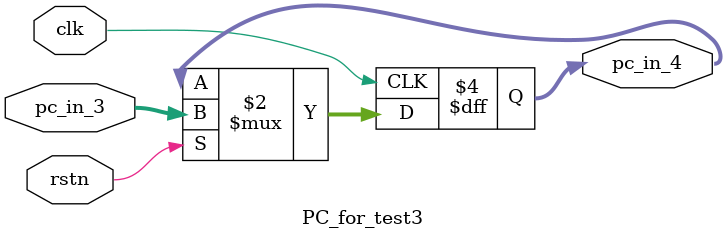
<source format=v>
`timescale 1ns / 1ps


//¸ºÔð°ÑpcµÄÖµ´øµ½4¸öÖÜÆÚÖ®ºó
module PC_for_test3(
input clk,
input rstn,
input [31:0]pc_in_3,
output reg [31:0]pc_in_4
    );
    always@(posedge clk)
    begin
    if(rstn)
        pc_in_4 <= pc_in_3;
    end
    
    
    
endmodule


</source>
